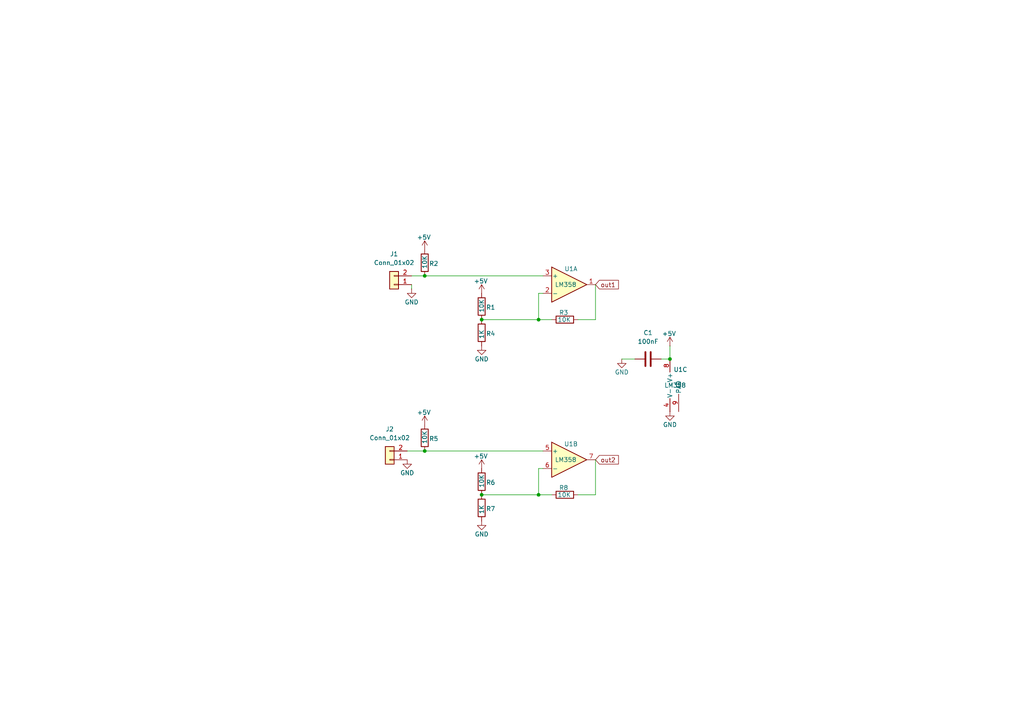
<source format=kicad_sch>
(kicad_sch (version 20231120) (generator "eeschema") (generator_version "8.0")
  (paper "A4")
  (lib_symbols
    (symbol "Amplifier_Operational:LM358_DFN" (pin_names (offset 0.127))
      (property "Reference" "U" (at 0 5.08 0))
      (property "Value" "LM358_DFN" (at 0 -5.08 0))
      (symbol "LM358_DFN_1_1"
        (polyline (pts (xy -5.08 5.08) (xy 5.08 0) (xy -5.08 -5.08) (xy -5.08 5.08)) (stroke (width 0.254)) (fill (type background)))
        (pin output line (at 7.62 0 180) (length 2.54) (name "~") (number "1"))
        (pin input line (at -7.62 -2.54 0) (length 2.54) (name "-") (number "2"))
        (pin input line (at -7.62 2.54 0) (length 2.54) (name "+") (number "3"))
      )
      (symbol "LM358_DFN_2_1"
        (polyline (pts (xy -5.08 5.08) (xy 5.08 0) (xy -5.08 -5.08) (xy -5.08 5.08)) (stroke (width 0.254)) (fill (type background)))
        (pin input line (at -7.62 2.54 0) (length 2.54) (name "+") (number "5"))
        (pin input line (at -7.62 -2.54 0) (length 2.54) (name "-") (number "6"))
        (pin output line (at 7.62 0 180) (length 2.54) (name "~") (number "7"))
      )
      (symbol "LM358_DFN_3_1"
        (pin power_in line (at -2.54 -7.62 90) (length 3.81) (name "V-") (number "4"))
        (pin power_in line (at -2.54 7.62 270) (length 3.81) (name "V+") (number "8"))
        (pin power_in line (at 0 -7.62 90) (length 5.08) (name "PAD") (number "9"))
      )
    )
    (symbol "Connector_Generic:Conn_01x02" (pin_names (offset 1.016) hide)
      (property "Reference" "J" (at 0 2.54 0))
      (property "Value" "Conn_01x02" (at 0 -5.08 0))
      (symbol "Conn_01x02_1_1"
        (rectangle (start -1.27 -2.413) (end 0 -2.667) (stroke (width 0.1524)))
        (rectangle (start -1.27 0.127) (end 0 -0.127) (stroke (width 0.1524)))
        (rectangle (start -1.27 1.27) (end 1.27 -3.81) (stroke (width 0.254)) (fill (type background)))
        (pin passive line (at -5.08 0 0) (length 3.81) (name "Pin_1") (number "1"))
        (pin passive line (at -5.08 -2.54 0) (length 3.81) (name "Pin_2") (number "2"))
      )
    )
    (symbol "Device:C" (pin_numbers hide) (pin_names (offset 0.254))
      (property "Reference" "C" (at 0.635 2.54 0))
      (property "Value" "C" (at 0.635 -2.54 0))
      (symbol "C_0_1"
        (polyline (pts (xy -2.032 -0.762) (xy 2.032 -0.762)) (stroke (width 0.508)))
        (polyline (pts (xy -2.032 0.762) (xy 2.032 0.762)) (stroke (width 0.508)))
      )
      (symbol "C_1_1"
        (pin passive line (at 0 3.81 270) (length 2.794) (name "~") (number "1"))
        (pin passive line (at 0 -3.81 90) (length 2.794) (name "~") (number "2"))
      )
    )
    (symbol "Device:R" (pin_numbers hide) (pin_names (offset 0))
      (property "Reference" "R" (at 2.032 0 90))
      (property "Value" "R" (at 0 0 90))
      (symbol "R_0_1"
        (rectangle (start -1.016 -2.54) (end 1.016 2.54) (stroke (width 0.254)))
      )
      (symbol "R_1_1"
        (pin passive line (at 0 3.81 270) (length 1.27) (name "~") (number "1"))
        (pin passive line (at 0 -3.81 90) (length 1.27) (name "~") (number "2"))
      )
    )
    (symbol "power:+5V" (power) (pin_numbers hide) (pin_names (offset 0) hide)
      (property "Value" "+5V" (at 0 3.556 0))
      (symbol "+5V_0_1"
        (polyline (pts (xy -0.762 1.27) (xy 0 2.54)))
        (polyline (pts (xy 0 0) (xy 0 2.54)))
        (polyline (pts (xy 0 2.54) (xy 0.762 1.27)))
      )
      (symbol "+5V_1_1"
        (pin power_in line (at 0 0 90) (length 0) (name "~") (number "1"))
      )
    )
    (symbol "power:GND" (power) (pin_numbers hide) (pin_names (offset 0) hide)
      (property "Value" "GND" (at 0 -3.81 0))
      (symbol "GND_0_1"
        (polyline (pts (xy 0 0) (xy 0 -1.27) (xy 1.27 -1.27) (xy 0 -2.54) (xy -1.27 -1.27) (xy 0 -1.27)))
      )
      (symbol "GND_1_1"
        (pin power_in line (at 0 0 270) (length 0) (name "~") (number "1"))
      )
    )
  )
  (junction (at 123.19 130.81))
  (junction (at 156.21 92.71))
  (junction (at 123.19 80.01))
  (junction (at 194.31 104.14))
  (junction (at 156.21 143.51))
  (junction (at 139.7 92.71))
  (junction (at 139.7 143.51))
  (wire (pts (xy 119.38 82.55) (xy 119.38 83.82)))
  (wire (pts (xy 139.7 143.51) (xy 156.21 143.51)))
  (wire (pts (xy 172.72 143.51) (xy 172.72 133.35)))
  (wire (pts (xy 123.19 80.01) (xy 157.48 80.01)))
  (wire (pts (xy 172.72 92.71) (xy 172.72 82.55)))
  (wire (pts (xy 118.11 130.81) (xy 123.19 130.81)))
  (wire (pts (xy 156.21 92.71) (xy 156.21 85.09)))
  (wire (pts (xy 194.31 100.33) (xy 194.31 104.14)))
  (wire (pts (xy 139.7 92.71) (xy 156.21 92.71)))
  (wire (pts (xy 156.21 135.89) (xy 157.48 135.89)))
  (wire (pts (xy 156.21 143.51) (xy 156.21 135.89)))
  (wire (pts (xy 156.21 143.51) (xy 160.02 143.51)))
  (wire (pts (xy 167.64 92.71) (xy 172.72 92.71)))
  (wire (pts (xy 180.34 104.14) (xy 184.15 104.14)))
  (wire (pts (xy 191.77 104.14) (xy 194.31 104.14)))
  (wire (pts (xy 123.19 130.81) (xy 157.48 130.81)))
  (wire (pts (xy 156.21 92.71) (xy 160.02 92.71)))
  (wire (pts (xy 156.21 85.09) (xy 157.48 85.09)))
  (wire (pts (xy 119.38 80.01) (xy 123.19 80.01)))
  (wire (pts (xy 167.64 143.51) (xy 172.72 143.51)))
  (global_label "out2" (shape input) (at 172.72 133.35 0) (property "Intersheetrefs" "${INTERSHEET_REFS}" (effects (hide yes))))
  (global_label "out1" (shape input) (at 172.72 82.55 0) (property "Intersheetrefs" "${INTERSHEET_REFS}" (effects (hide yes))))
  (symbol (lib_id "Amplifier_Operational:LM358_DFN") (at 165.1 82.55 0) (unit 1)
    (property "Reference" "U1" (at 165.608 77.978 0))
    (property "Value" "LM358" (at 164.084 82.55 0))
    (property "Footprint" "Package_SO:SOIC-8-1EP_3.9x4.9mm_P1.27mm_EP2.29x3mm" (effects (hide yes)))
    (property "Datasheet" "www.st.com/resource/en/datasheet/lm358.pdf" (effects (hide yes)))
    (property "Description" "Low-Power, Dual Operational Amplifiers, DFN-8" (effects (hide yes)))
  )
  (symbol (lib_id "power:GND") (at 118.11 133.35 0) (unit 1)
    (property "Reference" "#PWR06" (effects (hide yes)))
    (property "Value" "GND" (at 118.11 137.16 0))
    (property "Description" "Power symbol creates a global label with name \"GND\" , ground" (effects (hide yes)))
  )
  (symbol (lib_id "power:GND") (at 139.7 100.33 0) (unit 1)
    (property "Reference" "#PWR01" (effects (hide yes)))
    (property "Value" "GND" (at 139.7 104.14 0))
    (property "Description" "Power symbol creates a global label with name \"GND\" , ground" (effects (hide yes)))
  )
  (symbol (lib_id "Device:R") (at 163.83 92.71 90) (unit 1)
    (property "Reference" "R3" (at 164.846 90.678 90) (effects (justify left)))
    (property "Value" "10K" (at 165.608 92.71 90) (effects (justify left)))
    (property "Footprint" "Resistor_SMD:R_0805_2012Metric" (effects (hide yes)))
    (property "Description" "Resistor" (effects (hide yes)))
  )
  (symbol (lib_id "power:GND") (at 180.34 104.14 0) (unit 1)
    (property "Reference" "#PWR010" (effects (hide yes)))
    (property "Value" "GND" (at 180.34 107.95 0))
    (property "Description" "Power symbol creates a global label with name \"GND\" , ground" (effects (hide yes)))
  )
  (symbol (lib_id "Device:R") (at 139.7 147.32 0) (unit 1)
    (property "Reference" "R7" (at 140.97 147.574 0) (effects (justify left)))
    (property "Value" "1K" (at 139.7 149.098 90) (effects (justify left)))
    (property "Footprint" "Resistor_SMD:R_0805_2012Metric" (effects (hide yes)))
    (property "Description" "Resistor" (effects (hide yes)))
  )
  (symbol (lib_id "Device:C") (at 187.96 104.14 90) (unit 1)
    (property "Reference" "C1" (at 187.96 96.52 90))
    (property "Value" "100nF" (at 187.96 99.06 90))
    (property "Footprint" "Capacitor_SMD:C_0805_2012Metric" (effects (hide yes)))
    (property "Description" "Unpolarized capacitor" (effects (hide yes)))
  )
  (symbol (lib_id "Amplifier_Operational:LM358_DFN") (at 165.1 133.35 0) (unit 2)
    (property "Reference" "U1" (at 165.608 128.778 0))
    (property "Value" "LM358" (at 164.084 133.35 0))
    (property "Footprint" "Package_SO:SOIC-8-1EP_3.9x4.9mm_P1.27mm_EP2.29x3mm" (effects (hide yes)))
    (property "Datasheet" "www.st.com/resource/en/datasheet/lm358.pdf" (effects (hide yes)))
    (property "Description" "Low-Power, Dual Operational Amplifiers, DFN-8" (effects (hide yes)))
  )
  (symbol (lib_id "Amplifier_Operational:LM358_DFN") (at 196.85 111.76 0) (unit 3)
    (property "Reference" "U1" (at 197.358 107.188 0))
    (property "Value" "LM358" (at 195.834 111.76 0))
    (property "Footprint" "Package_SO:SOIC-8-1EP_3.9x4.9mm_P1.27mm_EP2.29x3mm" (effects (hide yes)))
    (property "Datasheet" "www.st.com/resource/en/datasheet/lm358.pdf" (effects (hide yes)))
    (property "Description" "Low-Power, Dual Operational Amplifiers, DFN-8" (effects (hide yes)))
  )
  (symbol (lib_id "Connector_Generic:Conn_01x02") (at 113.03 133.35 180) (unit 1)
    (property "Reference" "J2" (at 113.03 124.46 0))
    (property "Value" "Conn_01x02" (at 113.03 127 0))
    (property "Footprint" "Connector_Phoenix_MC:PhoenixContact_MCV_1,5_2-G-3.81_1x02_P3.81mm_Vertical" (effects (hide yes)))
    (property "Description" "Generic connector, single row, 01x02, script generated (kicad-library-utils/schlib/autogen/connector/)" (effects (hide yes)))
  )
  (symbol (lib_id "Device:R") (at 139.7 139.7 0) (unit 1)
    (property "Reference" "R6" (at 140.97 139.954 0) (effects (justify left)))
    (property "Value" "10K" (at 139.7 141.478 90) (effects (justify left)))
    (property "Footprint" "Resistor_SMD:R_0805_2012Metric" (effects (hide yes)))
    (property "Description" "Resistor" (effects (hide yes)))
  )
  (symbol (lib_id "Device:R") (at 163.83 143.51 90) (unit 1)
    (property "Reference" "R8" (at 164.846 141.478 90) (effects (justify left)))
    (property "Value" "10K" (at 165.608 143.51 90) (effects (justify left)))
    (property "Footprint" "Resistor_SMD:R_0805_2012Metric" (effects (hide yes)))
    (property "Description" "Resistor" (effects (hide yes)))
  )
  (symbol (lib_id "Connector_Generic:Conn_01x02") (at 114.3 82.55 180) (unit 1)
    (property "Reference" "J1" (at 114.3 73.66 0))
    (property "Value" "Conn_01x02" (at 114.3 76.2 0))
    (property "Footprint" "Connector_Phoenix_MC:PhoenixContact_MCV_1,5_2-G-3.81_1x02_P3.81mm_Vertical" (effects (hide yes)))
    (property "Description" "Generic connector, single row, 01x02, script generated (kicad-library-utils/schlib/autogen/connector/)" (effects (hide yes)))
  )
  (symbol (lib_id "power:+5V") (at 139.7 85.09 0) (unit 1)
    (property "Reference" "#PWR02" (effects (hide yes)))
    (property "Value" "+5V" (at 139.446 81.534 0))
    (property "Description" "Power symbol creates a global label with name \"+5V\"" (effects (hide yes)))
  )
  (symbol (lib_id "power:+5V") (at 123.19 72.39 0) (unit 1)
    (property "Reference" "#PWR03" (effects (hide yes)))
    (property "Value" "+5V" (at 122.936 68.834 0))
    (property "Description" "Power symbol creates a global label with name \"+5V\"" (effects (hide yes)))
  )
  (symbol (lib_id "power:+5V") (at 123.19 123.19 0) (unit 1)
    (property "Reference" "#PWR05" (effects (hide yes)))
    (property "Value" "+5V" (at 122.936 119.634 0))
    (property "Description" "Power symbol creates a global label with name \"+5V\"" (effects (hide yes)))
  )
  (symbol (lib_id "Device:R") (at 123.19 127 0) (unit 1)
    (property "Reference" "R5" (at 124.46 127.254 0) (effects (justify left)))
    (property "Value" "10K" (at 123.19 128.778 90) (effects (justify left)))
    (property "Footprint" "Resistor_SMD:R_0805_2012Metric" (effects (hide yes)))
    (property "Description" "Resistor" (effects (hide yes)))
  )
  (symbol (lib_id "power:+5V") (at 194.31 100.33 0) (unit 1)
    (property "Reference" "#PWR011" (effects (hide yes)))
    (property "Value" "+5V" (at 194.056 96.774 0))
    (property "Description" "Power symbol creates a global label with name \"+5V\"" (effects (hide yes)))
  )
  (symbol (lib_id "power:GND") (at 194.31 119.38 0) (unit 1)
    (property "Reference" "#PWR09" (effects (hide yes)))
    (property "Value" "GND" (at 194.31 123.19 0))
    (property "Description" "Power symbol creates a global label with name \"GND\" , ground" (effects (hide yes)))
  )
  (symbol (lib_id "power:GND") (at 119.38 83.82 0) (unit 1)
    (property "Reference" "#PWR04" (effects (hide yes)))
    (property "Value" "GND" (at 119.38 87.63 0))
    (property "Description" "Power symbol creates a global label with name \"GND\" , ground" (effects (hide yes)))
  )
  (symbol (lib_id "Device:R") (at 139.7 96.52 0) (unit 1)
    (property "Reference" "R4" (at 140.97 96.774 0) (effects (justify left)))
    (property "Value" "1K" (at 139.7 98.298 90) (effects (justify left)))
    (property "Footprint" "Resistor_SMD:R_0805_2012Metric" (effects (hide yes)))
    (property "Description" "Resistor" (effects (hide yes)))
  )
  (symbol (lib_id "power:GND") (at 139.7 151.13 0) (unit 1)
    (property "Reference" "#PWR08" (effects (hide yes)))
    (property "Value" "GND" (at 139.7 154.94 0))
    (property "Description" "Power symbol creates a global label with name \"GND\" , ground" (effects (hide yes)))
  )
  (symbol (lib_id "Device:R") (at 123.19 76.2 0) (unit 1)
    (property "Reference" "R2" (at 124.46 76.454 0) (effects (justify left)))
    (property "Value" "10K" (at 123.19 77.978 90) (effects (justify left)))
    (property "Footprint" "Resistor_SMD:R_0805_2012Metric" (effects (hide yes)))
    (property "Description" "Resistor" (effects (hide yes)))
  )
  (symbol (lib_id "Device:R") (at 139.7 88.9 0) (unit 1)
    (property "Reference" "R1" (at 140.97 89.154 0) (effects (justify left)))
    (property "Value" "10K" (at 139.7 90.678 90) (effects (justify left)))
    (property "Footprint" "Resistor_SMD:R_0805_2012Metric" (effects (hide yes)))
    (property "Description" "Resistor" (effects (hide yes)))
  )
  (symbol (lib_id "power:+5V") (at 139.7 135.89 0) (unit 1)
    (property "Reference" "#PWR07" (effects (hide yes)))
    (property "Value" "+5V" (at 139.446 132.334 0))
    (property "Description" "Power symbol creates a global label with name \"+5V\"" (effects (hide yes)))
  )
)
</source>
